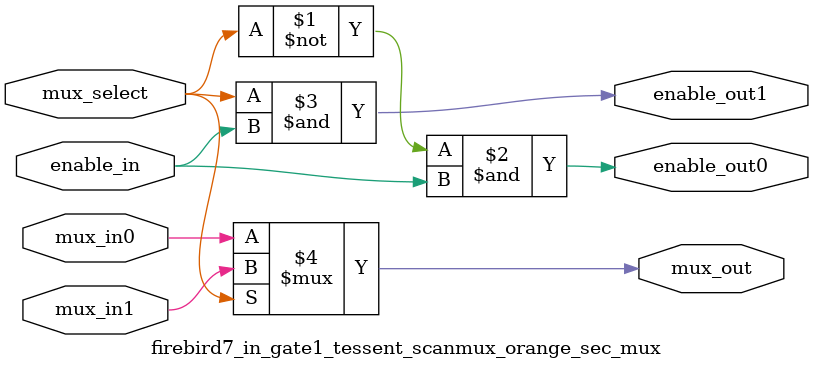
<source format=sv>

module firebird7_in_gate1_tessent_scanmux_orange_sec_mux (
  input wire mux_in0,
  input wire mux_in1,
  output wire mux_out,
  input wire mux_select,
  input wire enable_in,
  output wire enable_out0,
  output wire enable_out1
);
  assign enable_out0     = ~mux_select & enable_in;
  assign enable_out1     =  mux_select & enable_in;
 
  assign mux_out         = mux_select ? mux_in1 : mux_in0;
 
endmodule

</source>
